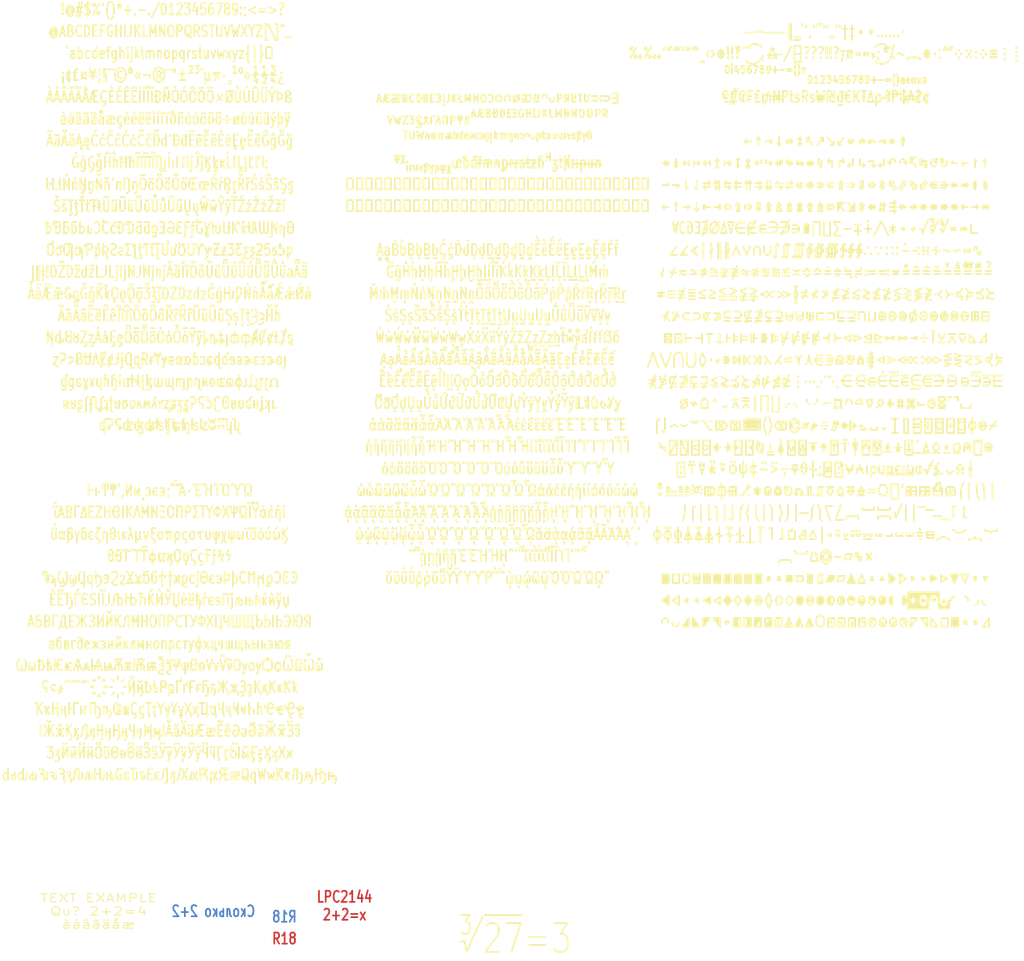
<source format=kicad_pcb>
(kicad_pcb (version 4) (host pcbnew "(2015-04-03 BZR 5570)-product")

  (general
    (links 0)
    (no_connects 0)
    (area 9.113522 18.1229 196.183794 193.827146)
    (thickness 1.6)
    (drawings 89)
    (tracks 0)
    (zones 0)
    (modules 0)
    (nets 1)
  )

  (page A4)
  (title_block
    (date "29 jan 2010")
  )

  (layers
    (0 F.Cu signal)
    (31 B.Cu signal)
    (32 B.Adhes user)
    (33 F.Adhes user)
    (34 B.Paste user)
    (35 F.Paste user)
    (36 B.SilkS user)
    (37 F.SilkS user)
    (38 B.Mask user)
    (39 F.Mask user)
    (40 Dwgs.User user)
    (41 Cmts.User user)
    (42 Eco1.User user)
    (43 Eco2.User user)
    (44 Edge.Cuts user)
    (45 Margin user)
    (46 B.CrtYd user)
    (47 F.CrtYd user)
    (48 B.Fab user)
    (49 F.Fab user)
  )

  (setup
    (last_trace_width 0.2032)
    (trace_clearance 0.254)
    (zone_clearance 0.508)
    (zone_45_only no)
    (trace_min 0.2032)
    (segment_width 0.381)
    (edge_width 0.381)
    (via_size 0.889)
    (via_drill 0.635)
    (via_min_size 0.889)
    (via_min_drill 0.508)
    (uvia_size 0.508)
    (uvia_drill 0.127)
    (uvias_allowed no)
    (uvia_min_size 0.508)
    (uvia_min_drill 0.127)
    (pcb_text_width 0.3048)
    (pcb_text_size 1.524 2.032)
    (mod_edge_width 0.381)
    (mod_text_size 1.524 1.524)
    (mod_text_width 0.3048)
    (pad_size 1.524 1.524)
    (pad_drill 0.8128)
    (pad_to_mask_clearance 0.254)
    (aux_axis_origin 0 0)
    (visible_elements FFFFFF7F)
    (pcbplotparams
      (layerselection 0x00030_80000001)
      (usegerberextensions false)
      (excludeedgelayer true)
      (linewidth 0.100000)
      (plotframeref false)
      (viasonmask false)
      (mode 1)
      (useauxorigin false)
      (hpglpennumber 1)
      (hpglpenspeed 20)
      (hpglpendiameter 15)
      (hpglpenoverlay 2)
      (psnegative false)
      (psa4output false)
      (plotreference true)
      (plotvalue true)
      (plotinvisibletext false)
      (padsonsilk false)
      (subtractmaskfromsilk false)
      (outputformat 1)
      (mirror false)
      (drillshape 1)
      (scaleselection 1)
      (outputdirectory ""))
  )

  (net 0 "")

  (net_class Default "Класс цепей по умолчанию."
    (clearance 0.254)
    (trace_width 0.2032)
    (via_dia 0.889)
    (via_drill 0.635)
    (uvia_dia 0.508)
    (uvia_drill 0.127)
  )

  (gr_text ᶠᶡᶢᶣᶤᶥᶦᶧᶨᶩᶪᶫᶬᶭᶮᶯᶰᶱᶲᶳᶴᶵᶶᶷᶸᶹᶺᶻᶼᶽᶾᶿ (at 99.9998 55.99938) (layer F.SilkS)
    (effects (font (size 2.032 1.524) (thickness 0.3048)))
  )
  (gr_text ᶀᶁᶂᶃᶄᶅᶆᶇᶈᶉᶊᶋᶌᶍᶎᶏᶐᶑᶒᶓᶔᶕᶖᶗᶘᶙᶚᶛᶜᶝᶞᶟ (at 99.9998 51.99888) (layer F.SilkS)
    (effects (font (size 2.032 1.524) (thickness 0.3048)))
  )
  (gr_text ᵠᵡᵢᵣᵤᵥᵦᵧᵨᵩᵪᵫᵬᵭᵮᵯᵰᵱᵲᵳᵴᵵᵶᵷᵸᵹᵺᵻᵼᵽᵾᵿ (at 99.9998 48.00092) (layer F.SilkS)
    (effects (font (size 2.032 1.524) (thickness 0.3048)))
  )
  (gr_text ᵀᵁᵂᵃᵄᵅᵆᵇᵈᵉᵊᵋᵌᵍᵎᵏᵐᵑᵒᵓᵔᵕᵖᵗᵘᵙᵚᵛᵜᵝᵞᵟ (at 99.9998 44.00042) (layer F.SilkS)
    (effects (font (size 2.032 1.524) (thickness 0.3048)))
  )
  (gr_text ᴠᴡᴢᴣᴤᴥᴦᴧᴨᴩᴪᴫᴬᴭᴮᴯᴰᴱᴲᴳᴴᴵᴶᴷᴸᴹᴺᴻᴼᴽᴾᴿ (at 99.9998 39.99992) (layer F.SilkS)
    (effects (font (size 2.032 1.524) (thickness 0.3048)))
  )
  (gr_text ᴀᴁᴂᴃᴄᴅᴆᴇᴈᴉᴊᴋᴌᴍᴎᴏᴐᴑᴒᴓᴔᴕᴖᴗᴘᴙᴚᴛᴜᴝᴞᴟ (at 99.9998 35.99942) (layer F.SilkS)
    (effects (font (size 2.032 1.524) (thickness 0.3048)))
  )
  (gr_text ԀԁԂԃԄԅԆԇԈԉԊԋԌԍԎԏԐԑԒԓԔԕԖԗԘԙԚԛԜԝԞԟԠԡԢԣ (at 39.99992 159.99968) (layer F.SilkS)
    (effects (font (size 2.032 1.524) (thickness 0.3048)))
  )
  (gr_text ῠῡῢΰῤῥῦῧῨῩῪΎῬ῭΅`ῲῳῴῶῷῸΌῺΏῼ´῾ (at 99.9998 124.00026) (layer F.SilkS)
    (effects (font (size 2.032 1.524) (thickness 0.3048)))
  )
  (gr_text ῀῁ῂῃῄῆῇῈΈῊΉῌ῍῎῏ῐῑῒΐῖῗῘῙῚΊ῝῞῟ (at 99.9998 119.99976) (layer F.SilkS)
    (effects (font (size 2.032 1.524) (thickness 0.3048)))
  )
  (gr_text ᾠᾡᾢᾣᾤᾥᾦᾧᾨᾩᾪᾫᾬᾭᾮᾯᾰᾱᾲᾳᾴᾶᾷᾸᾹᾺΆᾼ᾽ι᾿ (at 99.9998 115.99926) (layer F.SilkS)
    (effects (font (size 2.032 1.524) (thickness 0.3048)))
  )
  (gr_text ᾀᾁᾂᾃᾄᾅᾆᾇᾈᾉᾊᾋᾌᾍᾎᾏᾐᾑᾒᾓᾔᾕᾖᾗᾘᾙᾚᾛᾜᾝᾞᾟ (at 99.9998 111.99876) (layer F.SilkS)
    (effects (font (size 2.032 1.524) (thickness 0.3048)))
  )
  (gr_text ὠὡὢὣὤὥὦὧὨὩὪὫὬὭὮὯὰάὲέὴήὶίὸόὺύὼώ (at 99.9998 108.0008) (layer F.SilkS)
    (effects (font (size 2.032 1.524) (thickness 0.3048)))
  )
  (gr_text ὀὁὂὃὄὅὈὉὊὋὌὍὐὑὒὓὔὕὖὗὙὛὝὟ (at 99.9998 104.0003) (layer F.SilkS)
    (effects (font (size 2.032 1.524) (thickness 0.3048)))
  )
  (gr_text ἠἡἢἣἤἥἦἧἨἩἪἫἬἭἮἯἰἱἲἳἴἵἶἷἸἹἺἻἼἽἾἿ (at 99.9998 99.9998) (layer F.SilkS)
    (effects (font (size 2.032 1.524) (thickness 0.3048)))
  )
  (gr_text ἀἁἂἃἄἅἆἇἈἉἊἋἌἍἎἏἐἑἒἓἔἕἘἙἚἛἜἝ (at 99.9998 95.9993) (layer F.SilkS)
    (effects (font (size 2.032 1.524) (thickness 0.3048)))
  )
  (gr_text ỠỡỢợỤụỦủỨứỪừỬửỮữỰựỲỳỴỵỶỷỸỹỺỻỼỽỾỿ (at 99.9998 91.9988) (layer F.SilkS)
    (effects (font (size 2.032 1.524) (thickness 0.3048)))
  )
  (gr_text ỀềỂểỄễỆệỈỉỊịỌọỎỏỐốỒồỔổỖỗỘộỚớỜờỞở (at 99.9998 88.00084) (layer F.SilkS)
    (effects (font (size 2.032 1.524) (thickness 0.3048)))
  )
  (gr_text ẠạẢảẤấẦầẨẩẪẫẬậẮắẰằẲẳẴẵẶặẸẹẺẻẼẽẾế (at 99.9998 84.00034) (layer F.SilkS)
    (effects (font (size 2.032 1.524) (thickness 0.3048)))
  )
  (gr_text ẀẁẂẃẄẅẆẇẈẉẊẋẌẍẎẏẐẑẒẓẔẕẖẗẘẙẚẛẜẝẞẟ (at 99.9998 79.99984) (layer F.SilkS)
    (effects (font (size 2.032 1.524) (thickness 0.3048)))
  )
  (gr_text ṠṡṢṣṤṥṦṧṨṩṪṫṬṭṮṯṰṱṲṳṴṵṶṷṸṹṺṻṼṽṾṿ (at 99.9998 75.99934) (layer F.SilkS)
    (effects (font (size 2.032 1.524) (thickness 0.3048)))
  )
  (gr_text ṀṁṂṃṄṅṆṇṈṉṊṋṌṍṎṏṐṑṒṓṔṕṖṗṘṙṚṛṜṝṞṟ (at 99.9998 71.99884) (layer F.SilkS)
    (effects (font (size 2.032 1.524) (thickness 0.3048)))
  )
  (gr_text ḠḡḢḣḤḥḦḧḨḩḪḫḬḭḮḯḰḱḲḳḴḵḶḷḸḹḺḻḼḽḾḿ (at 99.9998 68.00088) (layer F.SilkS)
    (effects (font (size 2.032 1.524) (thickness 0.3048)))
  )
  (gr_text ḀḁḂḃḄḅḆḇḈḉḊḋḌḍḎḏḐḑḒḓḔḕḖḗḘḙḚḛḜḝḞḟ (at 99.9998 64.00038) (layer F.SilkS)
    (effects (font (size 2.032 1.524) (thickness 0.3048)))
  )
  (gr_text ʠʡʢʣʤʥʦʧʨʩʪʫʬʭʮʯ (at 39.99992 96.00184) (layer F.SilkS)
    (effects (font (size 2.032 1.524) (thickness 0.3048)))
  )
  (gr_text ʀʁʂʃʄʅʆʇʈʉʊʋʌʍʎʏʐʑʒʓʔʕʖʗʘʙʚʛʜʝʞʟ (at 39.99992 92.00134) (layer F.SilkS)
    (effects (font (size 2.032 1.524) (thickness 0.3048)))
  )
  (gr_text ɠɡɢɣɤɥɦɧɨɩɪɫɬɭɮɯɰɱɲɳɴɵɶɷɸɹɺɻɼɽɾɿ (at 39.99992 88.00084) (layer F.SilkS)
    (effects (font (size 2.032 1.524) (thickness 0.3048)))
  )
  (gr_text ɀɁɂɃɄɅɆɇɈɉɊɋɌɍɎɏɐɑɒɓɔɕɖɗɘəɚɛɜɝɞɟ (at 39.99992 84.00288) (layer F.SilkS)
    (effects (font (size 2.032 1.524) (thickness 0.3048)))
  )
  (gr_text ȠȡȢȣȤȥȦȧȨȩȪȫȬȭȮȯȰȱȲȳȴȵȶȷȸȹȺȻȼȽȾȿ (at 39.99992 80.00238) (layer F.SilkS)
    (effects (font (size 2.032 1.524) (thickness 0.3048)))
  )
  (gr_text ȀȁȂȃȄȅȆȇȈȉȊȋȌȍȎȏȐȑȒȓȔȕȖȗȘșȚțȜȝȞȟ (at 39.99992 76.00188) (layer F.SilkS)
    (effects (font (size 2.032 1.524) (thickness 0.3048)))
  )
  (gr_text ǠǡǢǣǤǥǦǧǨǩǪǫǬǭǮǯǰǱǲǳǴǵǶǷǸǹǺǻǼǽǾǿ (at 39.99992 72.00138) (layer F.SilkS)
    (effects (font (size 2.032 1.524) (thickness 0.3048)))
  )
  (gr_text ǀǁǂǃǄǅǆǇǈǉǊǋǌǍǎǏǐǑǒǓǔǕǖǗǘǙǚǛǜǝǞǟ (at 39.99992 68.00088) (layer F.SilkS)
    (effects (font (size 2.032 1.524) (thickness 0.3048)))
  )
  (gr_text ƠơƢƣƤƥƦƧƨƩƪƫƬƭƮƯưƱƲƳƴƵƶƷƸƹƺƻƼƽƾƿ (at 39.99992 64.00292) (layer F.SilkS)
    (effects (font (size 2.032 1.524) (thickness 0.3048)))
  )
  (gr_text ƀƁƂƃƄƅƆƇƈƉƊƋƌƍƎƏƐƑƒƓƔƕƖƗƘƙƚƛƜƝƞƟ (at 39.99992 60.00242) (layer F.SilkS)
    (effects (font (size 2.032 1.524) (thickness 0.3048)))
  )
  (gr_text ◠◡◢◣◤◥◦◧◨◩◪◫◬◭◮◯◰◱◲◳◴◵◶◷◸◹◺◻◼◽◾◿ (at 159.99968 131.99872) (layer F.SilkS)
    (effects (font (size 2.032 1.524) (thickness 0.3048)))
  )
  (gr_text ◀◁◂◃◄◅◆◇◈◉◊○◌◍◎●◐◑◒◓◔◕◖◗◘◙◚◛◜◝◞◟ (at 159.99968 127.99822) (layer F.SilkS)
    (effects (font (size 2.032 1.524) (thickness 0.3048)))
  )
  (gr_text ■□▢▣▤▥▦▧▨▩▪▫▬▭▮▯▰▱▲△▴▵▶▷▸▹►▻▼▽▾▿ (at 159.99968 124.00026) (layer F.SilkS)
    (effects (font (size 2.032 1.524) (thickness 0.3048)))
  )
  (gr_text ∛~27~=3 (at 102.99954 189.99962) (layer F.SilkS)
    (effects (font (size 5.25018 4.0005) (thickness 0.3048)))
  )
  (gr_text ⏠⏡⏢⏣⏤⏥⏦⏧ (at 159.99968 119.99976) (layer F.SilkS)
    (effects (font (size 2.032 1.524) (thickness 0.3048)))
  )
  (gr_text ⏀⏁⏂⏃⏄⏅⏆⏇⏈⏉⏊⏋⏌⏍⏎⏏⏐⏑⏒⏓⏔⏕⏖⏗⏘⏙⏚⏛⏜⏝⏞⏟ (at 159.99968 115.99926) (layer F.SilkS)
    (effects (font (size 2.032 1.524) (thickness 0.3048)))
  )
  (gr_text ⎠⎡⎢⎣⎤⎥⎦⎧⎨⎩⎪⎫⎬⎭⎮⎯⎰⎱⎲⎳⎴⎵⎶⎷⎸⎹⎺⎻⎼⎽⎾⎿ (at 159.99968 111.99876) (layer F.SilkS)
    (effects (font (size 2.032 1.524) (thickness 0.3048)))
  )
  (gr_text ⎀⎁⎂⎃⎄⎅⎆⎇⎈⎉⎊⎋⎌⎍⎎⎏⎐⎑⎒⎓⎔⎕⎖⎗⎘⎙⎚⎛⎜⎝⎞⎟ (at 159.99968 107.99826) (layer F.SilkS)
    (effects (font (size 2.032 1.524) (thickness 0.3048)))
  )
  (gr_text ⍠⍡⍢⍣⍤⍥⍦⍧⍨⍩⍪⍫⍬⍭⍮⍯⍰⍱⍲⍳⍴⍵⍶⍷⍸⍹⍺⍻⍼⍽⍾⍿ (at 159.99968 104.0003) (layer F.SilkS)
    (effects (font (size 2.032 1.524) (thickness 0.3048)))
  )
  (gr_text ⍀⍁⍂⍃⍄⍅⍆⍇⍈⍉⍊⍋⍌⍍⍎⍏⍐⍑⍒⍓⍔⍕⍖⍗⍘⍙⍚⍛⍜⍝⍞⍟ (at 159.99968 99.9998) (layer F.SilkS)
    (effects (font (size 2.032 1.524) (thickness 0.3048)))
  )
  (gr_text ⌠⌡⌢⌣⌤⌥⌦⌧⌨〈〉⌫⌬⌭⌮⌯⌰⌱⌲⌳⌴⌵⌶⌷⌸⌹⌺⌻⌼⌽⌾⌿ (at 159.99968 95.9993) (layer F.SilkS)
    (effects (font (size 2.032 1.524) (thickness 0.3048)))
  )
  (gr_text ⌀⌁⌂⌃⌄⌅⌆⌇⌈⌉⌊⌋⌌⌍⌎⌏⌐⌑⌒⌓⌔⌕⌖⌗⌘⌙⌚⌛⌜⌝⌞⌟ (at 159.99968 91.9988) (layer F.SilkS)
    (effects (font (size 2.032 1.524) (thickness 0.3048)))
  )
  (gr_text ⋠⋡⋢⋣⋤⋥⋦⋧⋨⋩⋪⋫⋬⋭⋮⋯⋰⋱⋲⋳⋴⋵⋶⋷⋸⋹⋺⋻⋼⋽⋾⋿ (at 159.99968 87.9983) (layer F.SilkS)
    (effects (font (size 2.032 1.524) (thickness 0.3048)))
  )
  (gr_text ⋀⋁⋂⋃⋄⋅⋆⋇⋈⋉⋊⋋⋌⋍⋎⋏⋐⋑⋒⋓⋔⋕⋖⋗⋘⋙⋚⋛⋜⋝⋞⋟ (at 159.99968 84.00034) (layer F.SilkS)
    (effects (font (size 2.032 1.524) (thickness 0.3048)))
  )
  (gr_text ⊠⊡⊢⊣⊤⊥⊦⊧⊨⊩⊪⊫⊬⊭⊮⊯⊰⊱⊲⊳⊴⊵⊶⊷⊸⊹⊺⊻⊼⊽⊾⊿ (at 159.99968 79.99984) (layer F.SilkS)
    (effects (font (size 2.032 1.524) (thickness 0.3048)))
  )
  (gr_text ⊀⊁⊂⊃⊄⊅⊆⊇⊈⊉⊊⊋⊌⊍⊎⊏⊐⊑⊒⊓⊔⊕⊖⊗⊘⊙⊚⊛⊜⊝⊞⊟ (at 159.99968 75.99934) (layer F.SilkS)
    (effects (font (size 2.032 1.524) (thickness 0.3048)))
  )
  (gr_text ≠≡≢≣≤≥≦≧≨≩≪≫≬≭≮≯≰≱≲≳≴≵≶≷≸≹≺≻≼≽≾≿ (at 159.99968 71.99884) (layer F.SilkS)
    (effects (font (size 2.032 1.524) (thickness 0.3048)))
  )
  (gr_text ≀≁≂≃≄≅≆≇≈≉≊≋≌≍≎≏≐≑≒≓≔≕≖≗≘≙≚≛≜≝≞≟ (at 159.99968 67.99834) (layer F.SilkS)
    (effects (font (size 2.032 1.524) (thickness 0.3048)))
  )
  (gr_text ∠∡∢∣∤∥∦∧∨∩∪∫∬∭∮∯∰∱∲∳∴∵∶∷∸∹∺∻∼∽∾∿ (at 159.99968 64.00038) (layer F.SilkS)
    (effects (font (size 2.032 1.524) (thickness 0.3048)))
  )
  (gr_text ∀∁∂∃∄∅∆∇∈∉∊∋∌∍∎∏∐∑−∓∔∕∖∗∘∙√∛∜∝∞∟ (at 159.99968 59.99988) (layer F.SilkS)
    (effects (font (size 2.032 1.524) (thickness 0.3048)))
  )
  (gr_text ⇠⇡⇢⇣⇤⇥⇦⇧⇨⇩⇪⇫⇬⇭⇮⇯⇰⇱⇲⇳⇴⇵⇶⇷⇸⇹⇺⇻⇼⇽⇾⇿ (at 159.99968 55.99938) (layer F.SilkS)
    (effects (font (size 2.032 1.524) (thickness 0.3048)))
  )
  (gr_text ⇀⇁⇂⇃⇄⇅⇆⇇⇈⇉⇊⇋⇌⇍⇎⇏⇐⇑⇒⇓⇔⇕⇖⇗⇘⇙⇚⇛⇜⇝⇞⇟ (at 159.99968 51.99888) (layer F.SilkS)
    (effects (font (size 2.032 1.524) (thickness 0.3048)))
  )
  (gr_text ↠↡↢↣↤↥↦↧↨↩↪↫↬↭↮↯↰↱↲↳↴↵↶↷↸↹↺↻↼↽↾↿ (at 159.99968 47.99838) (layer F.SilkS)
    (effects (font (size 2.032 1.524) (thickness 0.3048)))
  )
  (gr_text ←↑→↓↔↕↖↗↘↙↚↛↜↝↞↟ (at 159.99968 44.00042) (layer F.SilkS)
    (effects (font (size 2.032 1.524) (thickness 0.3048)))
  )
  (gr_text ₠₡₢₣₤₥₦₧₨₩₪₫€₭₮₯₰₱₲₳₴₵ (at 159.99968 35.99942) (layer F.SilkS)
    (effects (font (size 2.032 1.524) (thickness 0.3048)))
  )
  (gr_text ⁰ⁱ⁴⁵⁶⁷⁸⁹⁺⁻⁼⁽⁾ⁿ₀₁₂₃₄₅₆₇₈₉₊₋₌₍₎ₐₑₒₓₔ (at 159.99968 31.99892) (layer F.SilkS)
    (effects (font (size 2.032 1.524) (thickness 0.3048)))
  )
  (gr_text ‰‱′″‴‵‶‷‸‹›※‼‽‾‿⁀⁁⁂⁃⁄⁅⁆⁇⁈⁉⁊⁋⁌⁍⁎⁏⁐⁑⁒⁓⁔⁕⁖⁗⁘⁙⁚⁛⁜⁝⁞ (at 159.99968 27.99842) (layer F.SilkS)
    (effects (font (size 2.032 1.524) (thickness 0.3048)))
  )
  (gr_text ‐‑‒–—―‖‗‘’‚‛“”„‟†‡•‣․‥…‧ (at 159.99968 24.00046) (layer F.SilkS)
    (effects (font (size 2.032 1.524) (thickness 0.3048)))
  )
  (gr_text ӠӡӢӣӤӥӦӧӨөӪӫӬӭӮӯӰӱӲӳӴӵӶӷӸӹӺӻӼӽӾӿ (at 39.99992 156.00172) (layer F.SilkS)
    (effects (font (size 2.032 1.524) (thickness 0.3048)))
  )
  (gr_text ӀӁӂӃӄӅӆӇӈӉӊӋӌӍӎӏӐӑӒӓӔӕӖӗӘәӚӛӜӝӞӟ (at 39.99992 152.00122) (layer F.SilkS)
    (effects (font (size 2.032 1.524) (thickness 0.3048)))
  )
  (gr_text ҠҡҢңҤҥҦҧҨҩҪҫҬҭҮүҰұҲҳҴҵҶҷҸҹҺһҼҽҾҿ (at 39.99992 148.00072) (layer F.SilkS)
    (effects (font (size 2.032 1.524) (thickness 0.3048)))
  )
  (gr_text Ҁҁ҂҃҄҅҆҇҈҉ҊҋҌҍҎҏҐґҒғҔҕҖҗҘҙҚқҜҝҞҟ (at 39.99992 144.00276) (layer F.SilkS)
    (effects (font (size 2.032 1.524) (thickness 0.3048)))
  )
  (gr_text ѠѡѢѣѤѥѦѧѨѩѪѫѬѭѮѯѰѱѲѳѴѵѶѷѸѹѺѻѼѽѾѿ (at 39.99992 140.00226) (layer F.SilkS)
    (effects (font (size 2.032 1.524) (thickness 0.3048)))
  )
  (gr_text абвгдежзийклмнопрстуфхцчшщъыьэюя (at 39.99992 136.00176) (layer F.SilkS)
    (effects (font (size 2.032 1.524) (thickness 0.3048)))
  )
  (gr_text АБВГДЕЖЗИЙКЛМНОПРСТУФХЦЧШЩЪЫЬЭЮЯ (at 39.99992 132.00126) (layer F.SilkS)
    (effects (font (size 2.032 1.524) (thickness 0.3048)))
  )
  (gr_text ЀЁЂЃЄЅІЇЈЉЊЋЌЍЎЏѐёђѓєѕіїјљњћќѝўџ (at 39.99992 128.00076) (layer F.SilkS)
    (effects (font (size 2.032 1.524) (thickness 0.3048)))
  )
  (gr_text ϠϡϢϣϤϥϦϧϨϩϪϫϬϭϮϯϰϱϲϳϴϵ϶ϷϸϹϺϻϼϽϾϿ (at 39.99992 124.0028) (layer F.SilkS)
    (effects (font (size 2.032 1.524) (thickness 0.3048)))
  )
  (gr_text ϐϑϒϓϔϕϖϗϘϙϚϛϜϝϞϟ (at 39.99992 120.0023) (layer F.SilkS)
    (effects (font (size 2.032 1.524) (thickness 0.3048)))
  )
  (gr_text ΰαβγδεζηθικλμνξοπρςστυφχψωϊϋόύώϏ (at 39.99992 115.99926) (layer F.SilkS)
    (effects (font (size 2.032 1.524) (thickness 0.3048)))
  )
  (gr_text ΐΑΒΓΔΕΖΗΘΙΚΛΜΝΞΟΠΡΣΤΥΦΧΨΩΪΫάέήί (at 39.99992 112.0013) (layer F.SilkS)
    (effects (font (size 2.032 1.524) (thickness 0.3048)))
  )
  (gr_text ͰͱͲͳʹ͵Ͷͷͺͻͼͽ;΄΅Ά·ΈΉΊΌΎΏ (at 39.99992 108.0008) (layer F.SilkS)
    (effects (font (size 2.032 1.524) (thickness 0.3048)))
  )
  (gr_text "Сколько 2+2" (at 48.00092 185.0009) (layer B.Cu)
    (effects (font (size 2.032 1.524) (thickness 0.3048)) (justify mirror))
  )
  (gr_text ŠšŢţŤťŦŧŨũŪūŬŭŮůŰűŲųŴŵŶŷŸŹźŻżŽžſ (at 39.99992 56.00192) (layer F.SilkS)
    (effects (font (size 2.032 1.524) (thickness 0.3048)))
  )
  (gr_text ŀŁłŃńŅņŇňŉŊŋŌōŎŏŐőŒœŔŕŖŗŘřŚśŜŝŞş (at 39.99992 52.00142) (layer F.SilkS)
    (effects (font (size 2.032 1.524) (thickness 0.3048)))
  )
  (gr_text ĠġĢģĤĥĦħĨĩĪīĬĭĮįİıĲĳĴĵĶķĸĹĺĻļĽľĿ (at 39.99992 48.00092) (layer F.SilkS)
    (effects (font (size 2.032 1.524) (thickness 0.3048)))
  )
  (gr_text ĀāĂăĄąĆćĈĉĊċČčĎďĐđĒēĔĕĖėĘęĚěĜĝĞğ (at 39.99992 44.00042) (layer F.SilkS)
    (effects (font (size 2.032 1.524) (thickness 0.3048)))
  )
  (gr_text àáâãäåæçèéêëìíîïðñòóôõö÷øùúûüýþÿ (at 41.00068 39.99992) (layer F.SilkS)
    (effects (font (size 2.032 1.524) (thickness 0.3048)))
  )
  (gr_text ÀÁÂÃÄÅÆÇÈÉÊËÌÍÎÏÐÑÒÓÔÕÖ×ØÙÚÛÜÝÞß (at 39.99992 36.00196) (layer F.SilkS)
    (effects (font (size 2.032 1.524) (thickness 0.3048)))
  )
  (gr_text  ¡¢£¤¥¦§¨©ª«¬­®¯°±²³´µ¶·¸¹º»¼½¾¿ (at 39.99992 32.00146) (layer F.SilkS)
    (effects (font (size 2.032 1.524) (thickness 0.3048)))
  )
  (gr_text `abcdefghijklmnopqrstuvwxyz{|} (at 39.99992 28.0035) (layer F.SilkS)
    (effects (font (size 2.032 1.524) (thickness 0.3048)))
  )
  (gr_text @ABCDEFGHIJKLMNOPQRSTUVWXYZ[\]^_ (at 39.99992 24.003) (layer F.SilkS)
    (effects (font (size 2.032 1.524) (thickness 0.3048)))
  )
  (gr_text " !@#$%'()*+,-./0123456789:;<=>?" (at 39.99992 20.0025) (layer F.SilkS)
    (effects (font (size 2.032 1.524) (thickness 0.3048)))
  )
  (gr_text "LPC2144\n2+2=x" (at 71.99884 184.00014) (layer F.Cu)
    (effects (font (size 2.032 1.524) (thickness 0.3048)))
  )
  (gr_text R18 (at 61.00064 189.99962) (layer F.Cu)
    (effects (font (size 2.032 1.524) (thickness 0.3048)))
  )
  (gr_text R18 (at 61.00064 185.99912) (layer B.Cu)
    (effects (font (size 2.032 1.524) (thickness 0.3048)) (justify mirror))
  )
  (gr_text "TEXT EXAMPLE\nQu? 2+2=4\nàáâãäåæ" (at 27.0002 185.0009) (layer F.SilkS)
    (effects (font (size 1.50114 1.99898) (thickness 0.20066)))
  )

)

</source>
